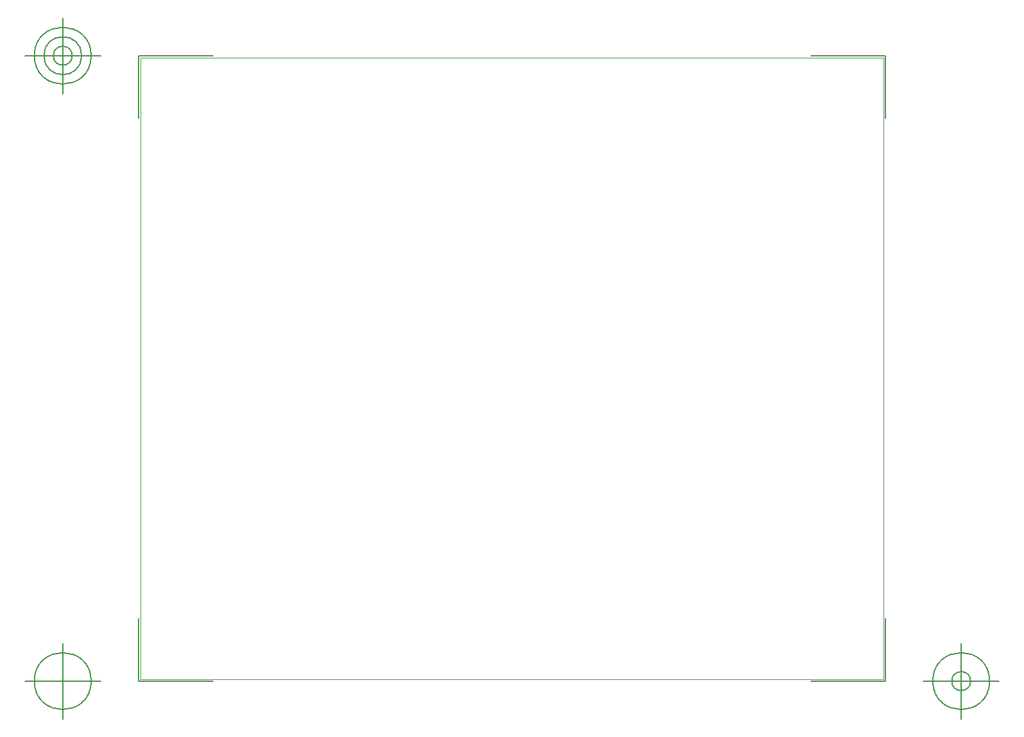
<source format=gbr>
G04 Generated by Ultiboard 14.1 *
%FSLAX24Y24*%
%MOIN*%

%ADD10C,0.0001*%
%ADD11C,0.0001*%
%ADD12C,0.0050*%


G04 ColorRGB 00FFFF for the following layer *
%LNBoard Outline*%
%LPD*%
G54D10*
G54D11*
X4299Y6199D02*
X42901Y6199D01*
X42901Y38500D01*
X4299Y38500D01*
X4299Y6199D01*
G54D12*
X4199Y6099D02*
X4199Y9350D01*
X4199Y6099D02*
X8079Y6099D01*
X43001Y6099D02*
X39121Y6099D01*
X43001Y6099D02*
X43001Y9350D01*
X43001Y38600D02*
X43001Y35350D01*
X43001Y38600D02*
X39121Y38600D01*
X4199Y38600D02*
X8079Y38600D01*
X4199Y38600D02*
X4199Y35350D01*
X2230Y6099D02*
X-1707Y6099D01*
X262Y4131D02*
X262Y8068D01*
X-1214Y6099D02*
G75*
D01*
G02X-1214Y6099I1476J0*
G01*
X44969Y6099D02*
X48906Y6099D01*
X46938Y4131D02*
X46938Y8068D01*
X45462Y6099D02*
G75*
D01*
G02X45462Y6099I1476J0*
G01*
X46446Y6099D02*
G75*
D01*
G02X46446Y6099I492J0*
G01*
X2230Y38600D02*
X-1707Y38600D01*
X262Y36632D02*
X262Y40569D01*
X-1214Y38600D02*
G75*
D01*
G02X-1214Y38600I1476J0*
G01*
X-722Y38600D02*
G75*
D01*
G02X-722Y38600I984J0*
G01*
X-230Y38600D02*
G75*
D01*
G02X-230Y38600I492J0*
G01*

M02*

</source>
